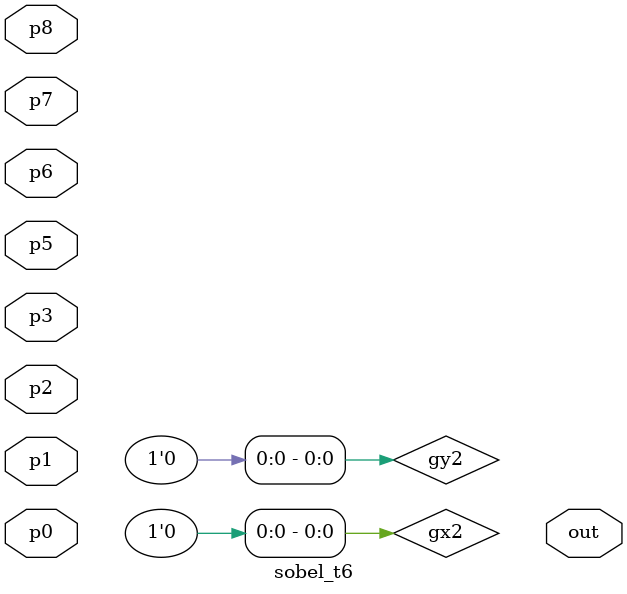
<source format=v>
`timescale 1ns / 1ps
module sobel_t6(p0, p1, p2, p3, p5, p6, p7, p8, out);

input  [7:0] p0,p1,p2,p3,p5,p6,p7,p8;	// 8 bit pixels inputs 
output [7:0] out;					// 8 bit output pixel 

wire signed [10:0] gx,gy;    //11 bits because max value of gx and gy is  
wire signed [10:0] gx1,gx2,gx3, gy1, gy2, gy3;    //11 bits because max value of gx and gy is  
//255*4 and last bit for sign					 
wire signed [10:0] abs_gx,abs_gy;	//it is used to find the absolute value of gx and gy 
wire [10:0] sum;			//the max value is 255*8. here no sign bit needed. 

assign gx1=(p2-p0);//sobel mask for gradient in horiz. direction 
assign gx2=((p5-p3)<<1);//sobel mask for gradient in horiz. direction 
assign gx3=(p8-p6);//sobel mask for gradient in horiz. direction 
assign gy1=(p0-p6);//sobel mask for gradient in vertical direction 
assign gy2=((p1-p7)<<1);//sobel mask for gradient in vertical direction 
assign gy3=(p2-p8);//sobel mask for gradient in vertical direction 

assign gx=(gx1+gx2+gx3);//sobel mask for gradient in horiz. direction 
assign gy=(gy1+gy2+gy3);//sobel mask for gradient in vertical direction 

assign abs_gx = (gx[10]? ~gx+1 : gx);	// to find the absolute value of gx. 
assign abs_gy = (gy[10]? ~gy+1 : gy);	// to find the absolute value of gy. 

assign sum = (abs_gx+abs_gy);				// finding the sum 

endmodule

</source>
